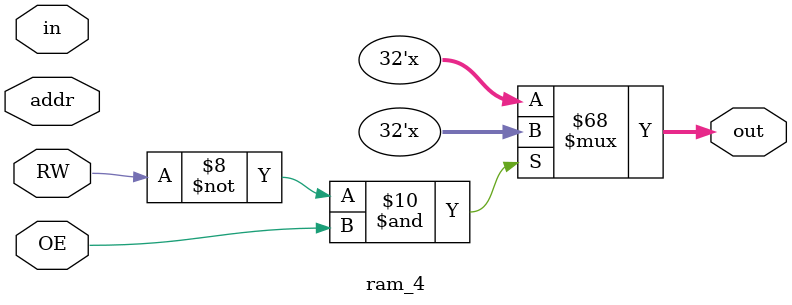
<source format=v>
module ram_4(
  input [31:0] in,
  input [1:0] addr,
  input RW, OE,
  output reg [31:0] out
);
  reg [31:0] data[3:0];
  always @(in, addr, RW, OE)
  begin
    if(RW==1'b0 & OE==1'b1)
      out=data[addr];
    else
      out=32'bz;
    if(RW==1'b1)
      data[addr]=in;
  end
endmodule
</source>
